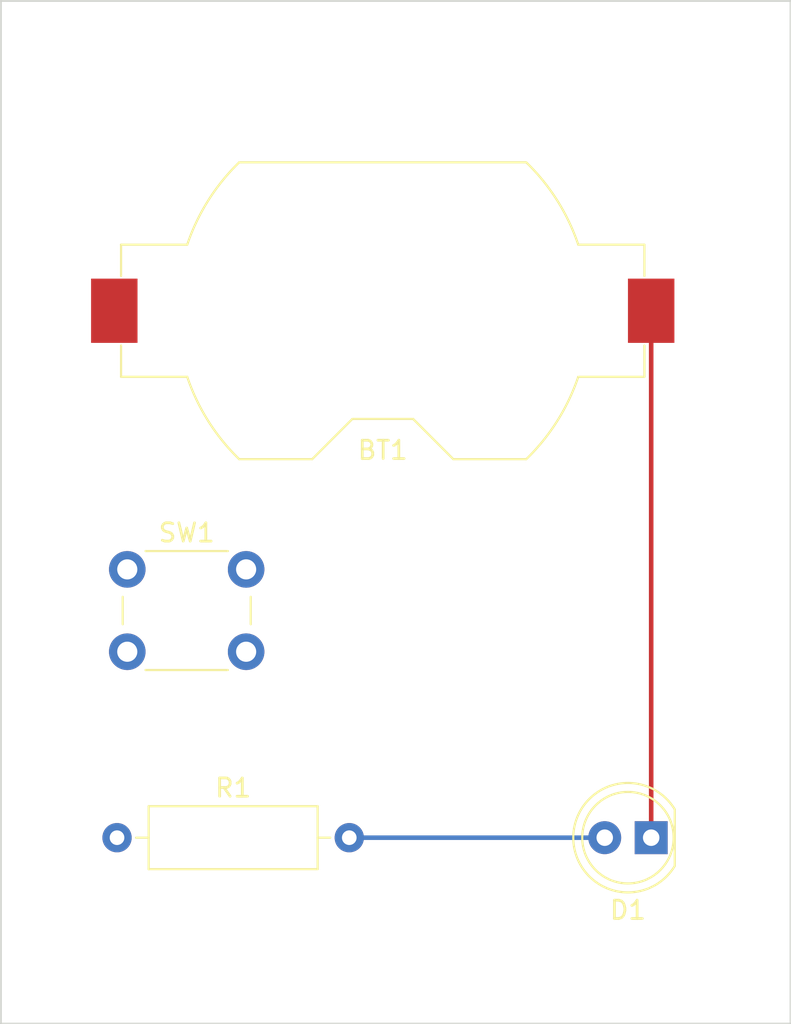
<source format=kicad_pcb>
(kicad_pcb (version 20221018) (generator pcbnew)
  (title_block (title "First Kicad Project") (date "2023-11-11") (company "RF Engineering Lab - Johann Dikos"))
  (layers (0 "F.Cu" signal) (31 "B.Cu" signal) (34 "B.Paste" user) (35 "F.Paste" user) (36 "B.SilkS" user "B.Silkscreen") (37 "F.SilkS" user "F.Silkscreen") (38 "B.Mask" user) (39 "F.Mask" user) (44 "Edge.Cuts" user))
  (net 0 "")
  (net 1 "VCC")
  (net 2 "GND")
  (net 3 "Net-(D1-A)")
  (net 4 "Net-(BT1-+)")
  (footprint "LED_THT:LED_D5.0mm" (layer "F.Cu") (at 167.64 101.6 180)
    (fp_text reference "D1" (at 1.27 -3.96) (layer "F.SilkS"))
    (fp_text value "blue")
    (fp_line (start -1.29 -1.545) (end -1.29 1.545) (stroke (width 0.12)) (layer "F.SilkS"))
    (fp_arc (start -1.29 -1.54483) (mid 2.072002 -2.880433) (end 4.26 0.000462) (stroke (width 0.12)) (layer "F.SilkS"))
    (fp_arc (start 4.26 -0.000462) (mid 2.072002 2.880433) (end -1.29 1.54483) (stroke (width 0.12)) (layer "F.SilkS"))
    (fp_circle (center 1.27 0) (end 3.77 0) (stroke (width 0.12)) (fill none) (layer "F.SilkS"))
    (pad "1" thru_hole rect (at 0 0 180) (size 1.8 1.8) (drill 0.9) (layers "*.Cu" "*.Mask") (net 2 "GND"))
    (pad "2" thru_hole circle (at 2.54 0 180) (size 1.8 1.8) (drill 0.9) (layers "*.Cu" "*.Mask") (net 3 "Net-(D1-A)"))
  )
  (footprint "Battery:BatteryHolder_Keystone_1058_1x2032" (layer "F.Cu") (at 152.96 72.80897)
    (fp_text reference "BT1" (at 0 7.62) (layer "F.SilkS"))
    (fp_text value "3V")
    (fp_line (start -14.31 -3.61) (end -10.692 -3.61) (stroke (width 0.12)) (layer "F.SilkS"))
    (fp_line (start -14.31 -1.9) (end -14.31 -3.61) (stroke (width 0.12)) (layer "F.SilkS"))
    (fp_line (start -14.31 1.9) (end -14.31 3.61) (stroke (width 0.12)) (layer "F.SilkS"))
    (fp_line (start -10.692 3.61) (end -14.31 3.61) (stroke (width 0.12)) (layer "F.SilkS"))
    (fp_line (start -7.8473 -8.11) (end 7.8473 -8.11) (stroke (width 0.12)) (layer "F.SilkS"))
    (fp_line (start -3.86 8.11) (end -7.8473 8.11) (stroke (width 0.12)) (layer "F.SilkS"))
    (fp_line (start -1.66 5.91) (end -3.86 8.11) (stroke (width 0.12)) (layer "F.SilkS"))
    (fp_line (start 1.66 5.91) (end -1.66 5.91) (stroke (width 0.12)) (layer "F.SilkS"))
    (fp_line (start 1.66 5.91) (end 3.86 8.11) (stroke (width 0.12)) (layer "F.SilkS"))
    (fp_line (start 7.8473 8.11) (end 3.86 8.11) (stroke (width 0.12)) (layer "F.SilkS"))
    (fp_line (start 10.692 -3.61) (end 14.31 -3.61) (stroke (width 0.12)) (layer "F.SilkS"))
    (fp_line (start 14.31 -1.9) (end 14.31 -3.61) (stroke (width 0.12)) (layer "F.SilkS"))
    (fp_line (start 14.31 1.9) (end 14.31 3.61) (stroke (width 0.12)) (layer "F.SilkS"))
    (fp_line (start 14.31 3.61) (end 10.692 3.61) (stroke (width 0.12)) (layer "F.SilkS"))
    (fp_arc (start -10.692 -3.61) (mid -9.538084 -6.031244) (end -7.845371 -8.111789) (stroke (width 0.12)) (layer "F.SilkS"))
    (fp_arc (start -7.845371 8.111789) (mid -9.538085 6.031244) (end -10.692 3.61) (stroke (width 0.12)) (layer "F.SilkS"))
    (fp_arc (start 7.845371 -8.111789) (mid 9.538085 -6.031244) (end 10.692 -3.61) (stroke (width 0.12)) (layer "F.SilkS"))
    (fp_arc (start 10.692 3.61) (mid 9.538084 6.031244) (end 7.845371 8.111789) (stroke (width 0.12)) (layer "F.SilkS"))
    (pad "1" smd rect (at -14.68 0) (size 2.54 3.51) (layers "F.Cu" "F.Paste" "F.Mask") (net 4 "Net-(BT1-+)"))
    (pad "2" smd rect (at 14.68 0) (size 2.54 3.51) (layers "F.Cu" "F.Paste" "F.Mask") (net 2 "GND"))
  )
  (footprint "Resistor_THT:R_Axial_DIN0309_L9.0mm_D3.2mm_P12.70mm_Horizontal" (layer "F.Cu") (at 138.43 101.6)
    (fp_text reference "R1" (at 6.35 -2.72) (layer "F.SilkS"))
    (fp_text value "1k")
    (fp_line (start 1.04 0) (end 1.73 0) (stroke (width 0.12)) (layer "F.SilkS"))
    (fp_line (start 1.73 -1.72) (end 1.73 1.72) (stroke (width 0.12)) (layer "F.SilkS"))
    (fp_line (start 1.73 1.72) (end 10.97 1.72) (stroke (width 0.12)) (layer "F.SilkS"))
    (fp_line (start 10.97 -1.72) (end 1.73 -1.72) (stroke (width 0.12)) (layer "F.SilkS"))
    (fp_line (start 10.97 1.72) (end 10.97 -1.72) (stroke (width 0.12)) (layer "F.SilkS"))
    (fp_line (start 11.66 0) (end 10.97 0) (stroke (width 0.12)) (layer "F.SilkS"))
    (pad "1" thru_hole circle (at 0 0) (size 1.6 1.6) (drill 0.8) (layers "*.Cu" "*.Mask") (net 1 "VCC"))
    (pad "2" thru_hole oval (at 12.7 0) (size 1.6 1.6) (drill 0.8) (layers "*.Cu" "*.Mask") (net 3 "Net-(D1-A)"))
  )
  (footprint "Button_Switch_THT:SW_PUSH_6mm" (layer "F.Cu") (at 138.99 86.94)
    (fp_text reference "SW1" (at 3.25 -2) (layer "F.SilkS"))
    (fp_text value "SW_DIP_x01")
    (fp_line (start -0.25 1.5) (end -0.25 3) (stroke (width 0.12)) (layer "F.SilkS"))
    (fp_line (start 1 5.5) (end 5.5 5.5) (stroke (width 0.12)) (layer "F.SilkS"))
    (fp_line (start 5.5 -1) (end 1 -1) (stroke (width 0.12)) (layer "F.SilkS"))
    (fp_line (start 6.75 3) (end 6.75 1.5) (stroke (width 0.12)) (layer "F.SilkS"))
    (pad "1" thru_hole circle (at 0 0 90) (size 2 2) (drill 1.1) (layers "*.Cu" "*.Mask") (net 4 "Net-(BT1-+)"))
    (pad "1" thru_hole circle (at 6.5 0 90) (size 2 2) (drill 1.1) (layers "*.Cu" "*.Mask") (net 4 "Net-(BT1-+)"))
    (pad "2" thru_hole circle (at 0 4.5 90) (size 2 2) (drill 1.1) (layers "*.Cu" "*.Mask") (net 1 "VCC"))
    (pad "2" thru_hole circle (at 6.5 4.5 90) (size 2 2) (drill 1.1) (layers "*.Cu" "*.Mask") (net 1 "VCC"))
  )
  (gr_rect (start 132.08 55.88) (end 175.26 111.76) (stroke (width 0.1)) (fill none) (layer "Edge.Cuts"))
  (segment (start 167.64 72.80897) (end 167.64 101.6) (width 0.25) (layer "F.Cu") (net 2))
  (segment (start 151.13 101.6) (end 165.1 101.6) (width 0.25) (layer "B.Cu") (net 3))
  (segment (start 138.43 72.95897) (end 138.28 72.80897) (width 0.25) (layer "F.Cu") (net 4))
)
</source>
